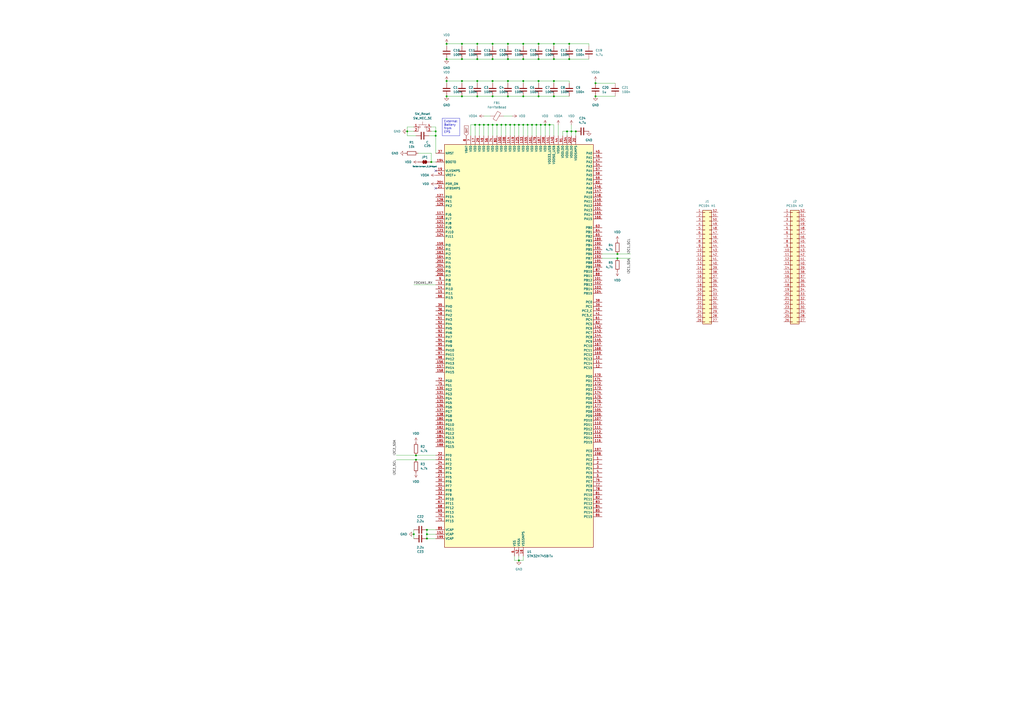
<source format=kicad_sch>
(kicad_sch (version 20250114) (generator "eeschema") (generator_version "9.0")
  (paper "A2")
  (lib_symbols
    (symbol "C_1" (pin_numbers (hide yes)) (pin_names (offset 0.254))
      (property "Reference" "C" (at 0.635 2.54 0))
      (property "Value" "C" (at 0.635 -2.54 0))
      (symbol "C_1_1_1"
        (pin passive line (at 0 3.81 270) (length 2.794) (name "~") (number "1"))
        (pin passive line (at 0 -3.81 90) (length 2.794) (name "~") (number "2"))
      )
    )
    (symbol "C_2" (pin_numbers (hide yes)) (pin_names (offset 0.254))
      (property "Reference" "C" (at 0.635 2.54 0))
      (property "Value" "C" (at 0.635 -2.54 0))
      (symbol "C_2_1_1"
        (pin passive line (at 0 3.81 270) (length 2.794) (name "~") (number "1"))
        (pin passive line (at 0 -3.81 90) (length 2.794) (name "~") (number "2"))
      )
    )
    (symbol "C_3" (pin_numbers (hide yes)) (pin_names (offset 0.254))
      (property "Reference" "C" (at 0.635 2.54 0))
      (property "Value" "C" (at 0.635 -2.54 0))
      (symbol "C_3_1_1"
        (pin passive line (at 0 3.81 270) (length 2.794) (name "~") (number "1"))
        (pin passive line (at 0 -3.81 90) (length 2.794) (name "~") (number "2"))
      )
    )
    (symbol "C_4" (pin_numbers (hide yes)) (pin_names (offset 0.254))
      (property "Reference" "C" (at 0.635 2.54 0))
      (property "Value" "C" (at 0.635 -2.54 0))
      (symbol "C_4_1_1"
        (pin passive line (at 0 3.81 270) (length 2.794) (name "~") (number "1"))
        (pin passive line (at 0 -3.81 90) (length 2.794) (name "~") (number "2"))
      )
    )
    (symbol "C_5" (pin_numbers (hide yes)) (pin_names (offset 0.254))
      (property "Reference" "C" (at 0.635 2.54 0))
      (property "Value" "C" (at 0.635 -2.54 0))
      (symbol "C_5_1_1"
        (pin passive line (at 0 3.81 270) (length 2.794) (name "~") (number "1"))
        (pin passive line (at 0 -3.81 90) (length 2.794) (name "~") (number "2"))
      )
    )
    (symbol "C_6" (pin_numbers (hide yes)) (pin_names (offset 0.254))
      (property "Reference" "C" (at 0.635 2.54 0))
      (property "Value" "C" (at 0.635 -2.54 0))
      (symbol "C_6_1_1"
        (pin passive line (at 0 3.81 270) (length 2.794) (name "~") (number "1"))
        (pin passive line (at 0 -3.81 90) (length 2.794) (name "~") (number "2"))
      )
    )
    (symbol "C_7" (pin_numbers (hide yes)) (pin_names (offset 0.254))
      (property "Reference" "C" (at 0.635 2.54 0))
      (property "Value" "C" (at 0.635 -2.54 0))
      (symbol "C_7_1_1"
        (pin passive line (at 0 3.81 270) (length 2.794) (name "~") (number "1"))
        (pin passive line (at 0 -3.81 90) (length 2.794) (name "~") (number "2"))
      )
    )
    (symbol "C_8" (pin_numbers (hide yes)) (pin_names (offset 0.254))
      (property "Reference" "C" (at 0.635 2.54 0))
      (property "Value" "C" (at 0.635 -2.54 0))
      (symbol "C_8_1_1"
        (pin passive line (at 0 3.81 270) (length 2.794) (name "~") (number "1"))
        (pin passive line (at 0 -3.81 90) (length 2.794) (name "~") (number "2"))
      )
    )
    (symbol "Connector_Generic:Conn_02x26_Counter_Clockwise" (pin_names (offset 1.016) (hide yes))
      (property "Reference" "J" (at 1.27 33.02 0))
      (property "Value" "Conn_02x26_Counter_Clockwise" (at 1.27 -35.56 0))
      (symbol "Conn_02x26_Counter_Clockwise_1_1"
        (pin passive line (at -5.08 30.48 0) (length 3.81) (name "Pin_1") (number "1"))
        (pin passive line (at -5.08 27.94 0) (length 3.81) (name "Pin_2") (number "2"))
        (pin passive line (at -5.08 25.4 0) (length 3.81) (name "Pin_3") (number "3"))
        (pin passive line (at -5.08 22.86 0) (length 3.81) (name "Pin_4") (number "4"))
        (pin passive line (at -5.08 20.32 0) (length 3.81) (name "Pin_5") (number "5"))
        (pin passive line (at -5.08 17.78 0) (length 3.81) (name "Pin_6") (number "6"))
        (pin passive line (at -5.08 15.24 0) (length 3.81) (name "Pin_7") (number "7"))
        (pin passive line (at -5.08 12.7 0) (length 3.81) (name "Pin_8") (number "8"))
        (pin passive line (at -5.08 10.16 0) (length 3.81) (name "Pin_9") (number "9"))
        (pin passive line (at -5.08 7.62 0) (length 3.81) (name "Pin_10") (number "10"))
        (pin passive line (at -5.08 5.08 0) (length 3.81) (name "Pin_11") (number "11"))
        (pin passive line (at -5.08 2.54 0) (length 3.81) (name "Pin_12") (number "12"))
        (pin passive line (at -5.08 0 0) (length 3.81) (name "Pin_13") (number "13"))
        (pin passive line (at -5.08 -2.54 0) (length 3.81) (name "Pin_14") (number "14"))
        (pin passive line (at -5.08 -5.08 0) (length 3.81) (name "Pin_15") (number "15"))
        (pin passive line (at -5.08 -7.62 0) (length 3.81) (name "Pin_16") (number "16"))
        (pin passive line (at -5.08 -10.16 0) (length 3.81) (name "Pin_17") (number "17"))
        (pin passive line (at -5.08 -12.7 0) (length 3.81) (name "Pin_18") (number "18"))
        (pin passive line (at -5.08 -15.24 0) (length 3.81) (name "Pin_19") (number "19"))
        (pin passive line (at -5.08 -17.78 0) (length 3.81) (name "Pin_20") (number "20"))
        (pin passive line (at -5.08 -20.32 0) (length 3.81) (name "Pin_21") (number "21"))
        (pin passive line (at -5.08 -22.86 0) (length 3.81) (name "Pin_22") (number "22"))
        (pin passive line (at -5.08 -25.4 0) (length 3.81) (name "Pin_23") (number "23"))
        (pin passive line (at -5.08 -27.94 0) (length 3.81) (name "Pin_24") (number "24"))
        (pin passive line (at -5.08 -30.48 0) (length 3.81) (name "Pin_25") (number "25"))
        (pin passive line (at -5.08 -33.02 0) (length 3.81) (name "Pin_26") (number "26"))
        (pin passive line (at 7.62 30.48 180) (length 3.81) (name "Pin_52") (number "52"))
        (pin passive line (at 7.62 27.94 180) (length 3.81) (name "Pin_51") (number "51"))
        (pin passive line (at 7.62 25.4 180) (length 3.81) (name "Pin_50") (number "50"))
        (pin passive line (at 7.62 22.86 180) (length 3.81) (name "Pin_49") (number "49"))
        (pin passive line (at 7.62 20.32 180) (length 3.81) (name "Pin_48") (number "48"))
        (pin passive line (at 7.62 17.78 180) (length 3.81) (name "Pin_47") (number "47"))
        (pin passive line (at 7.62 15.24 180) (length 3.81) (name "Pin_46") (number "46"))
        (pin passive line (at 7.62 12.7 180) (length 3.81) (name "Pin_45") (number "45"))
        (pin passive line (at 7.62 10.16 180) (length 3.81) (name "Pin_44") (number "44"))
        (pin passive line (at 7.62 7.62 180) (length 3.81) (name "Pin_43") (number "43"))
        (pin passive line (at 7.62 5.08 180) (length 3.81) (name "Pin_42") (number "42"))
        (pin passive line (at 7.62 2.54 180) (length 3.81) (name "Pin_41") (number "41"))
        (pin passive line (at 7.62 0 180) (length 3.81) (name "Pin_40") (number "40"))
        (pin passive line (at 7.62 -2.54 180) (length 3.81) (name "Pin_39") (number "39"))
        (pin passive line (at 7.62 -5.08 180) (length 3.81) (name "Pin_38") (number "38"))
        (pin passive line (at 7.62 -7.62 180) (length 3.81) (name "Pin_37") (number "37"))
        (pin passive line (at 7.62 -10.16 180) (length 3.81) (name "Pin_36") (number "36"))
        (pin passive line (at 7.62 -12.7 180) (length 3.81) (name "Pin_35") (number "35"))
        (pin passive line (at 7.62 -15.24 180) (length 3.81) (name "Pin_34") (number "34"))
        (pin passive line (at 7.62 -17.78 180) (length 3.81) (name "Pin_33") (number "33"))
        (pin passive line (at 7.62 -20.32 180) (length 3.81) (name "Pin_32") (number "32"))
        (pin passive line (at 7.62 -22.86 180) (length 3.81) (name "Pin_31") (number "31"))
        (pin passive line (at 7.62 -25.4 180) (length 3.81) (name "Pin_30") (number "30"))
        (pin passive line (at 7.62 -27.94 180) (length 3.81) (name "Pin_29") (number "29"))
        (pin passive line (at 7.62 -30.48 180) (length 3.81) (name "Pin_28") (number "28"))
        (pin passive line (at 7.62 -33.02 180) (length 3.81) (name "Pin_27") (number "27"))
      )
    )
    (symbol "Device:C" (pin_numbers (hide yes)) (pin_names (offset 0.254))
      (property "Reference" "C" (at 0.635 2.54 0))
      (property "Value" "C" (at 0.635 -2.54 0))
      (symbol "C_1_1"
        (pin passive line (at 0 3.81 270) (length 2.794) (name "~") (number "1"))
        (pin passive line (at 0 -3.81 90) (length 2.794) (name "~") (number "2"))
      )
    )
    (symbol "Device:FerriteBead" (pin_numbers (hide yes)) (pin_names (offset 0))
      (property "Reference" "FB" (at -3.81 0.635 90))
      (property "Value" "FerriteBead" (at 3.81 0 90))
      (symbol "FerriteBead_1_1"
        (pin passive line (at 0 3.81 270) (length 2.54) (name "~") (number "1"))
        (pin passive line (at 0 -3.81 90) (length 2.54) (name "~") (number "2"))
      )
    )
    (symbol "Device:R" (pin_numbers (hide yes)) (pin_names (offset 0))
      (property "Reference" "R" (at 2.032 0 90))
      (property "Value" "R" (at 0 0 90))
      (symbol "R_1_1"
        (pin passive line (at 0 3.81 270) (length 1.27) (name "~") (number "1"))
        (pin passive line (at 0 -3.81 90) (length 1.27) (name "~") (number "2"))
      )
    )
    (symbol "Jumper:SolderJumper_2_Bridged" (pin_numbers (hide yes)) (pin_names (offset 0) (hide yes)) (in_bom no)
      (property "Reference" "JP" (at 0 2.032 0))
      (property "Value" "SolderJumper_2_Bridged" (at 0 -2.54 0))
      (symbol "SolderJumper_2_Bridged_1_1"
        (pin passive line (at -3.81 0 0) (length 2.54) (name "A") (number "1"))
        (pin passive line (at 3.81 0 180) (length 2.54) (name "B") (number "2"))
      )
    )
    (symbol "MCU_ST_STM32H7:STM32H745BITx"
      (property "Reference" "U" (at -43.18 118.11 0))
      (property "Value" "STM32H745BITx" (at 35.56 118.11 0))
      (symbol "STM32H745BITx_1_1"
        (pin input line (at -48.26 111.76 0) (length 5.08) (name "NRST") (number "37"))
        (pin input line (at -48.26 106.68 0) (length 5.08) (name "BOOT0") (number "194"))
        (pin power_in line (at -48.26 101.6 0) (length 5.08) (name "VLXSMPS") (number "19"))
        (pin input line (at -48.26 99.06 0) (length 5.08) (name "VREF+") (number "43"))
        (pin input line (at -48.26 93.98 0) (length 5.08) (name "PDR_ON") (number "201"))
        (pin input line (at -48.26 91.44 0) (length 5.08) (name "VFBSMPS") (number "21"))
        (pin bidirectional line (at -48.26 86.36 0) (length 5.08) (name "PK0") (number "127"))
        (pin bidirectional line (at -48.26 83.82 0) (length 5.08) (name "PK1") (number "128"))
        (pin bidirectional line (at -48.26 81.28 0) (length 5.08) (name "PK2") (number "129"))
        (pin bidirectional line (at -48.26 76.2 0) (length 5.08) (name "PJ6") (number "117"))
        (pin bidirectional line (at -48.26 73.66 0) (length 5.08) (name "PJ7") (number "118"))
        (pin bidirectional line (at -48.26 71.12 0) (length 5.08) (name "PJ8") (number "121"))
        (pin bidirectional line (at -48.26 68.58 0) (length 5.08) (name "PJ9") (number "122"))
        (pin bidirectional line (at -48.26 66.04 0) (length 5.08) (name "PJ10") (number "123"))
        (pin bidirectional line (at -48.26 63.5 0) (length 5.08) (name "PJ11") (number "124"))
        (pin bidirectional line (at -48.26 58.42 0) (length 5.08) (name "PI0") (number "159"))
        (pin bidirectional line (at -48.26 55.88 0) (length 5.08) (name "PI1") (number "162"))
        (pin bidirectional line (at -48.26 53.34 0) (length 5.08) (name "PI2") (number "163"))
        (pin bidirectional line (at -48.26 50.8 0) (length 5.08) (name "PI3") (number "164"))
        (pin bidirectional line (at -48.26 48.26 0) (length 5.08) (name "PI4") (number "203"))
        (pin bidirectional line (at -48.26 45.72 0) (length 5.08) (name "PI5") (number "204"))
        (pin bidirectional line (at -48.26 43.18 0) (length 5.08) (name "PI6") (number "205"))
        (pin bidirectional line (at -48.26 40.64 0) (length 5.08) (name "PI7") (number "206"))
        (pin bidirectional line (at -48.26 38.1 0) (length 5.08) (name "PI8") (number "9"))
        (pin bidirectional line (at -48.26 35.56 0) (length 5.08) (name "PI9") (number "13"))
        (pin bidirectional line (at -48.26 33.02 0) (length 5.08) (name "PI10") (number "14"))
        (pin bidirectional line (at -48.26 30.48 0) (length 5.08) (name "PI11") (number "15"))
        (pin bidirectional line (at -48.26 27.94 0) (length 5.08) (name "PI15") (number "66"))
        (pin bidirectional line (at -48.26 22.86 0) (length 5.08) (name "PH0") (number "35"))
        (pin bidirectional line (at -48.26 20.32 0) (length 5.08) (name "PH1") (number "36"))
        (pin bidirectional line (at -48.26 17.78 0) (length 5.08) (name "PH2") (number "48"))
        (pin bidirectional line (at -48.26 15.24 0) (length 5.08) (name "PH3") (number "51"))
        (pin bidirectional line (at -48.26 12.7 0) (length 5.08) (name "PH4") (number "52"))
        (pin bidirectional line (at -48.26 10.16 0) (length 5.08) (name "PH5") (number "53"))
        (pin bidirectional line (at -48.26 7.62 0) (length 5.08) (name "PH6") (number "92"))
        (pin bidirectional line (at -48.26 5.08 0) (length 5.08) (name "PH7") (number "93"))
        (pin bidirectional line (at -48.26 2.54 0) (length 5.08) (name "PH8") (number "94"))
        (pin bidirectional line (at -48.26 0 0) (length 5.08) (name "PH9") (number "95"))
        (pin bidirectional line (at -48.26 -2.54 0) (length 5.08) (name "PH10") (number "96"))
        (pin bidirectional line (at -48.26 -5.08 0) (length 5.08) (name "PH11") (number "97"))
        (pin bidirectional line (at -48.26 -7.62 0) (length 5.08) (name "PH12") (number "98"))
        (pin bidirectional line (at -48.26 -10.16 0) (length 5.08) (name "PH13") (number "156"))
        (pin bidirectional line (at -48.26 -12.7 0) (length 5.08) (name "PH14") (number "157"))
        (pin bidirectional line (at -48.26 -15.24 0) (length 5.08) (name "PH15") (number "158"))
        (pin bidirectional line (at -48.26 -20.32 0) (length 5.08) (name "PG0") (number "72"))
        (pin bidirectional line (at -48.26 -22.86 0) (length 5.08) (name "PG1") (number "75"))
        (pin bidirectional line (at -48.26 -25.4 0) (length 5.08) (name "PG2") (number "130"))
        (pin bidirectional line (at -48.26 -27.94 0) (length 5.08) (name "PG3") (number "131"))
        (pin bidirectional line (at -48.26 -30.48 0) (length 5.08) (name "PG4") (number "134"))
        (pin bidirectional line (at -48.26 -33.02 0) (length 5.08) (name "PG5") (number "135"))
        (pin bidirectional line (at -48.26 -35.56 0) (length 5.08) (name "PG6") (number "136"))
        (pin bidirectional line (at -48.26 -38.1 0) (length 5.08) (name "PG7") (number "137"))
        (pin bidirectional line (at -48.26 -40.64 0) (length 5.08) (name "PG8") (number "138"))
        (pin bidirectional line (at -48.26 -43.18 0) (length 5.08) (name "PG9") (number "180"))
        (pin bidirectional line (at -48.26 -45.72 0) (length 5.08) (name "PG10") (number "181"))
        (pin bidirectional line (at -48.26 -48.26 0) (length 5.08) (name "PG11") (number "182"))
        (pin bidirectional line (at -48.26 -50.8 0) (length 5.08) (name "PG12") (number "183"))
        (pin bidirectional line (at -48.26 -53.34 0) (length 5.08) (name "PG13") (number "184"))
        (pin bidirectional line (at -48.26 -55.88 0) (length 5.08) (name "PG14") (number "185"))
        (pin bidirectional line (at -48.26 -58.42 0) (length 5.08) (name "PG15") (number "188"))
        (pin bidirectional line (at -48.26 -63.5 0) (length 5.08) (name "PF0") (number "22"))
        (pin bidirectional line (at -48.26 -66.04 0) (length 5.08) (name "PF1") (number "23"))
        (pin bidirectional line (at -48.26 -68.58 0) (length 5.08) (name "PF2") (number "24"))
        (pin bidirectional line (at -48.26 -71.12 0) (length 5.08) (name "PF3") (number "25"))
        (pin bidirectional line (at -48.26 -73.66 0) (length 5.08) (name "PF4") (number "26"))
        (pin bidirectional line (at -48.26 -76.2 0) (length 5.08) (name "PF5") (number "27"))
        (pin bidirectional line (at -48.26 -78.74 0) (length 5.08) (name "PF6") (number "30"))
        (pin bidirectional line (at -48.26 -81.28 0) (length 5.08) (name "PF7") (number "31"))
        (pin bidirectional line (at -48.26 -83.82 0) (length 5.08) (name "PF8") (number "32"))
        (pin bidirectional line (at -48.26 -86.36 0) (length 5.08) (name "PF9") (number "33"))
        (pin bidirectional line (at -48.26 -88.9 0) (length 5.08) (name "PF10") (number "34"))
        (pin bidirectional line (at -48.26 -91.44 0) (length 5.08) (name "PF11") (number "67"))
        (pin bidirectional line (at -48.26 -93.98 0) (length 5.08) (name "PF12") (number "68"))
        (pin bidirectional line (at -48.26 -96.52 0) (length 5.08) (name "PF13") (number "69"))
        (pin bidirectional line (at -48.26 -99.06 0) (length 5.08) (name "PF14") (number "70"))
        (pin bidirectional line (at -48.26 -101.6 0) (length 5.08) (name "PF15") (number "71"))
        (pin power_out line (at -48.26 -106.68 0) (length 5.08) (name "VCAP") (number "89"))
        (pin power_out line (at -48.26 -109.22 0) (length 5.08) (name "VCAP") (number "152"))
        (pin power_out line (at -48.26 -111.76 0) (length 5.08) (name "VCAP") (number "199"))
        (pin power_in line (at -30.48 121.92 270) (length 5.08) (name "VBAT") (number "8"))
        (pin power_in line (at -27.94 121.92 270) (length 5.08) (name "VDD") (number "7"))
        (pin power_in line (at -25.4 121.92 270) (length 5.08) (name "VDD") (number "17"))
        (pin power_in line (at -22.86 121.92 270) (length 5.08) (name "VDD") (number "29"))
        (pin power_in line (at -20.32 121.92 270) (length 5.08) (name "VDD") (number "49"))
        (pin power_in line (at -17.78 121.92 270) (length 5.08) (name "VDD") (number "56"))
        (pin power_in line (at -15.24 121.92 270) (length 5.08) (name "VDD") (number "74"))
        (pin power_in line (at -12.7 121.92 270) (length 5.08) (name "VDD") (number "80"))
        (pin power_in line (at -10.16 121.92 270) (length 5.08) (name "VDD") (number "100"))
        (pin power_in line (at -7.62 121.92 270) (length 5.08) (name "VDD") (number "108"))
        (pin power_in line (at -5.08 121.92 270) (length 5.08) (name "VDD") (number "114"))
        (pin power_in line (at -2.54 121.92 270) (length 5.08) (name "VDD") (number "119"))
        (pin passive line (at -2.54 -121.92 90) (length 5.08) (hide yes) (name "VSS") (number "109"))
        (pin passive line (at -2.54 -121.92 90) (length 5.08) (hide yes) (name "VSS") (number "113"))
        (pin passive line (at -2.54 -121.92 90) (length 5.08) (hide yes) (name "VSS") (number "120"))
        (pin passive line (at -2.54 -121.92 90) (length 5.08) (hide yes) (name "VSS") (number "126"))
        (pin passive line (at -2.54 -121.92 90) (length 5.08) (hide yes) (name "VSS") (number "132"))
        (pin passive line (at -2.54 -121.92 90) (length 5.08) (hide yes) (name "VSS") (number "139"))
        (pin passive line (at -2.54 -121.92 90) (length 5.08) (hide yes) (name "VSS") (number "153"))
        (pin passive line (at -2.54 -121.92 90) (length 5.08) (hide yes) (name "VSS") (number "16"))
        (pin passive line (at -2.54 -121.92 90) (length 5.08) (hide yes) (name "VSS") (number "160"))
        (pin passive line (at -2.54 -121.92 90) (length 5.08) (hide yes) (name "VSS") (number "178"))
        (pin passive line (at -2.54 -121.92 90) (length 5.08) (hide yes) (name "VSS") (number "186"))
        (pin passive line (at -2.54 -121.92 90) (length 5.08) (hide yes) (name "VSS") (number "200"))
        (pin passive line (at -2.54 -121.92 90) (length 5.08) (hide yes) (name "VSS") (number "207"))
        (pin passive line (at -2.54 -121.92 90) (length 5.08) (hide yes) (name "VSS") (number "28"))
        (pin passive line (at -2.54 -121.92 90) (length 5.08) (hide yes) (name "VSS") (number "50"))
        (pin passive line (at -2.54 -121.92 90) (length 5.08) (hide yes) (name "VSS") (number "55"))
        (pin power_in line (at -2.54 -121.92 90) (length 5.08) (name "VSS") (number "6"))
        (pin passive line (at -2.54 -121.92 90) (length 5.08) (hide yes) (name "VSS") (number "73"))
        (pin passive line (at -2.54 -121.92 90) (length 5.08) (hide yes) (name "VSS") (number "79"))
        (pin passive line (at -2.54 -121.92 90) (length 5.08) (hide yes) (name "VSS") (number "90"))
        (pin passive line (at -2.54 -121.92 90) (length 5.08) (hide yes) (name "VSS") (number "99"))
        (pin power_in line (at 0 121.92 270) (length 5.08) (name "VDD") (number "125"))
        (pin power_in line (at 0 -121.92 90) (length 5.08) (name "VSSA") (number "42"))
        (pin power_in line (at 2.54 121.92 270) (length 5.08) (name "VDD") (number "133"))
        (pin power_in line (at 2.54 -121.92 90) (length 5.08) (name "VSSSMPS") (number "18"))
        (pin power_in line (at 5.08 121.92 270) (length 5.08) (name "VDD") (number "155"))
        (pin power_in line (at 7.62 121.92 270) (length 5.08) (name "VDD") (number "161"))
        (pin power_in line (at 10.16 121.92 270) (length 5.08) (name "VDD") (number "179"))
        (pin power_in line (at 12.7 121.92 270) (length 5.08) (name "VDD") (number "187"))
        (pin power_in line (at 15.24 121.92 270) (length 5.08) (name "VDD") (number "208"))
        (pin power_in line (at 17.78 121.92 270) (length 5.08) (name "VDD33_USB") (number "141"))
        (pin power_in line (at 20.32 121.92 270) (length 5.08) (name "VDD50_USB") (number "140"))
        (pin power_in line (at 22.86 121.92 270) (length 5.08) (name "VDDA") (number "44"))
        (pin power_in line (at 25.4 121.92 270) (length 5.08) (name "VDDLDO") (number "91"))
        (pin power_in line (at 27.94 121.92 270) (length 5.08) (name "VDDLDO") (number "154"))
        (pin power_in line (at 30.48 121.92 270) (length 5.08) (name "VDDLDO") (number "202"))
        (pin power_in line (at 33.02 121.92 270) (length 5.08) (name "VDDSMPS") (number "20"))
        (pin bidirectional line (at 48.26 111.76 180) (length 5.08) (name "PA0") (number "45"))
        (pin bidirectional line (at 48.26 109.22 180) (length 5.08) (name "PA1") (number "46"))
        (pin bidirectional line (at 48.26 106.68 180) (length 5.08) (name "PA2") (number "47"))
        (pin bidirectional line (at 48.26 104.14 180) (length 5.08) (name "PA3") (number "54"))
        (pin bidirectional line (at 48.26 101.6 180) (length 5.08) (name "PA4") (number "57"))
        (pin bidirectional line (at 48.26 99.06 180) (length 5.08) (name "PA5") (number "58"))
        (pin bidirectional line (at 48.26 96.52 180) (length 5.08) (name "PA6") (number "59"))
        (pin bidirectional line (at 48.26 93.98 180) (length 5.08) (name "PA7") (number "60"))
        (pin bidirectional line (at 48.26 91.44 180) (length 5.08) (name "PA8") (number "146"))
        (pin bidirectional line (at 48.26 88.9 180) (length 5.08) (name "PA9") (number "147"))
        (pin bidirectional line (at 48.26 86.36 180) (length 5.08) (name "PA10") (number "148"))
        (pin bidirectional line (at 48.26 83.82 180) (length 5.08) (name "PA11") (number "149"))
        (pin bidirectional line (at 48.26 81.28 180) (length 5.08) (name "PA12") (number "150"))
        (pin bidirectional line (at 48.26 78.74 180) (length 5.08) (name "PA13") (number "151"))
        (pin bidirectional line (at 48.26 76.2 180) (length 5.08) (name "PA14") (number "165"))
        (pin bidirectional line (at 48.26 73.66 180) (length 5.08) (name "PA15") (number "166"))
        (pin bidirectional line (at 48.26 68.58 180) (length 5.08) (name "PB0") (number "63"))
        (pin bidirectional line (at 48.26 66.04 180) (length 5.08) (name "PB1") (number "64"))
        (pin bidirectional line (at 48.26 63.5 180) (length 5.08) (name "PB2") (number "65"))
        (pin bidirectional line (at 48.26 60.96 180) (length 5.08) (name "PB3") (number "189"))
        (pin bidirectional line (at 48.26 58.42 180) (length 5.08) (name "PB4") (number "190"))
        (pin bidirectional line (at 48.26 55.88 180) (length 5.08) (name "PB5") (number "191"))
        (pin bidirectional line (at 48.26 53.34 180) (length 5.08) (name "PB6") (number "192"))
        (pin bidirectional line (at 48.26 50.8 180) (length 5.08) (name "PB7") (number "193"))
        (pin bidirectional line (at 48.26 48.26 180) (length 5.08) (name "PB8") (number "195"))
        (pin bidirectional line (at 48.26 45.72 180) (length 5.08) (name "PB9") (number "196"))
        (pin bidirectional line (at 48.26 43.18 180) (length 5.08) (name "PB10") (number "87"))
        (pin bidirectional line (at 48.26 40.64 180) (length 5.08) (name "PB11") (number "88"))
        (pin bidirectional line (at 48.26 38.1 180) (length 5.08) (name "PB12") (number "101"))
        (pin bidirectional line (at 48.26 35.56 180) (length 5.08) (name "PB13") (number "102"))
        (pin bidirectional line (at 48.26 33.02 180) (length 5.08) (name "PB14") (number "103"))
        (pin bidirectional line (at 48.26 30.48 180) (length 5.08) (name "PB15") (number "104"))
        (pin bidirectional line (at 48.26 25.4 180) (length 5.08) (name "PC0") (number "38"))
        (pin bidirectional line (at 48.26 22.86 180) (length 5.08) (name "PC1") (number "39"))
        (pin bidirectional line (at 48.26 20.32 180) (length 5.08) (name "PC2_C") (number "40"))
        (pin bidirectional line (at 48.26 17.78 180) (length 5.08) (name "PC3_C") (number "41"))
        (pin bidirectional line (at 48.26 15.24 180) (length 5.08) (name "PC4") (number "61"))
        (pin bidirectional line (at 48.26 12.7 180) (length 5.08) (name "PC5") (number "62"))
        (pin bidirectional line (at 48.26 10.16 180) (length 5.08) (name "PC6") (number "142"))
        (pin bidirectional line (at 48.26 7.62 180) (length 5.08) (name "PC7") (number "143"))
        (pin bidirectional line (at 48.26 5.08 180) (length 5.08) (name "PC8") (number "144"))
        (pin bidirectional line (at 48.26 2.54 180) (length 5.08) (name "PC9") (number "145"))
        (pin bidirectional line (at 48.26 0 180) (length 5.08) (name "PC10") (number "167"))
        (pin bidirectional line (at 48.26 -2.54 180) (length 5.08) (name "PC11") (number "168"))
        (pin bidirectional line (at 48.26 -5.08 180) (length 5.08) (name "PC12") (number "169"))
        (pin bidirectional line (at 48.26 -7.62 180) (length 5.08) (name "PC13") (number "10"))
        (pin bidirectional line (at 48.26 -10.16 180) (length 5.08) (name "PC14") (number "11"))
        (pin bidirectional line (at 48.26 -12.7 180) (length 5.08) (name "PC15") (number "12"))
        (pin bidirectional line (at 48.26 -17.78 180) (length 5.08) (name "PD0") (number "170"))
        (pin bidirectional line (at 48.26 -20.32 180) (length 5.08) (name "PD1") (number "171"))
        (pin bidirectional line (at 48.26 -22.86 180) (length 5.08) (name "PD2") (number "172"))
        (pin bidirectional line (at 48.26 -25.4 180) (length 5.08) (name "PD3") (number "173"))
        (pin bidirectional line (at 48.26 -27.94 180) (length 5.08) (name "PD4") (number "174"))
        (pin bidirectional line (at 48.26 -30.48 180) (length 5.08) (name "PD5") (number "175"))
        (pin bidirectional line (at 48.26 -33.02 180) (length 5.08) (name "PD6") (number "176"))
        (pin bidirectional line (at 48.26 -35.56 180) (length 5.08) (name "PD7") (number "177"))
        (pin bidirectional line (at 48.26 -38.1 180) (length 5.08) (name "PD8") (number "105"))
        (pin bidirectional line (at 48.26 -40.64 180) (length 5.08) (name "PD9") (number "106"))
        (pin bidirectional line (at 48.26 -43.18 180) (length 5.08) (name "PD10") (number "107"))
        (pin bidirectional line (at 48.26 -45.72 180) (length 5.08) (name "PD11") (number "110"))
        (pin bidirectional line (at 48.26 -48.26 180) (length 5.08) (name "PD12") (number "111"))
        (pin bidirectional line (at 48.26 -50.8 180) (length 5.08) (name "PD13") (number "112"))
        (pin bidirectional line (at 48.26 -53.34 180) (length 5.08) (name "PD14") (number "115"))
        (pin bidirectional line (at 48.26 -55.88 180) (length 5.08) (name "PD15") (number "116"))
        (pin bidirectional line (at 48.26 -60.96 180) (length 5.08) (name "PE0") (number "197"))
        (pin bidirectional line (at 48.26 -63.5 180) (length 5.08) (name "PE1") (number "198"))
        (pin bidirectional line (at 48.26 -66.04 180) (length 5.08) (name "PE2") (number "1"))
        (pin bidirectional line (at 48.26 -68.58 180) (length 5.08) (name "PE3") (number "2"))
        (pin bidirectional line (at 48.26 -71.12 180) (length 5.08) (name "PE4") (number "3"))
        (pin bidirectional line (at 48.26 -73.66 180) (length 5.08) (name "PE5") (number "4"))
        (pin bidirectional line (at 48.26 -76.2 180) (length 5.08) (name "PE6") (number "5"))
        (pin bidirectional line (at 48.26 -78.74 180) (length 5.08) (name "PE7") (number "76"))
        (pin bidirectional line (at 48.26 -81.28 180) (length 5.08) (name "PE8") (number "77"))
        (pin bidirectional line (at 48.26 -83.82 180) (length 5.08) (name "PE9") (number "78"))
        (pin bidirectional line (at 48.26 -86.36 180) (length 5.08) (name "PE10") (number "81"))
        (pin bidirectional line (at 48.26 -88.9 180) (length 5.08) (name "PE11") (number "82"))
        (pin bidirectional line (at 48.26 -91.44 180) (length 5.08) (name "PE12") (number "83"))
        (pin bidirectional line (at 48.26 -93.98 180) (length 5.08) (name "PE13") (number "84"))
        (pin bidirectional line (at 48.26 -96.52 180) (length 5.08) (name "PE14") (number "85"))
        (pin bidirectional line (at 48.26 -99.06 180) (length 5.08) (name "PE15") (number "86"))
      )
    )
    (symbol "Switch:SW_MEC_5E" (pin_names (offset 1.016) (hide yes))
      (property "Reference" "SW" (at 0.635 5.715 0))
      (property "Value" "SW_MEC_5E" (at 0 -3.175 0))
      (symbol "SW_MEC_5E_0_1"
        (pin passive line (at -5.08 2.54 0) (length 2.54) (name "1") (number "1"))
        (pin passive line (at -5.08 0 0) (length 2.54) (name "2") (number "2"))
        (pin passive line (at 5.08 2.54 180) (length 2.54) (name "A") (number "4"))
        (pin passive line (at 5.08 0 180) (length 2.54) (name "K") (number "3"))
      )
    )
    (symbol "power:GND" (power) (pin_numbers (hide yes)) (pin_names (offset 0) (hide yes))
      (property "Value" "GND" (at 0 -3.81 0))
      (symbol "GND_1_1"
        (pin power_in line (at 0 0 270) (length 0) (name "~") (number "1"))
      )
    )
    (symbol "power:VDD" (power) (pin_numbers (hide yes)) (pin_names (offset 0) (hide yes))
      (property "Value" "VDD" (at 0 3.556 0))
      (symbol "VDD_1_1"
        (pin power_in line (at 0 0 90) (length 0) (name "~") (number "1"))
      )
    )
    (symbol "power:VDDA" (power) (pin_numbers (hide yes)) (pin_names (offset 0) (hide yes))
      (property "Value" "VDDA" (at 0 3.556 0))
      (symbol "VDDA_1_1"
        (pin power_in line (at 0 0 90) (length 0) (name "~") (number "1"))
      )
    )
  )
  (text_box "External Battery from \nEPS" (at 256.54 68.58 0) (size 10.16 10.16) (margins 0.9525 0.9525 0.9525 0.9525) (effects (font (size 1.27 1.27)) (justify left top)))
  (junction (at 285.75 34.29))
  (junction (at 285.75 25.4))
  (junction (at 267.97 25.4))
  (junction (at 280.67 72.39))
  (junction (at 321.31 34.29))
  (junction (at 306.07 72.39))
  (junction (at 240.03 309.88))
  (junction (at 312.42 34.29))
  (junction (at 267.97 55.88))
  (junction (at 283.21 72.39))
  (junction (at 259.08 34.29))
  (junction (at 285.75 72.39))
  (junction (at 345.44 48.26))
  (junction (at 358.14 149.86))
  (junction (at 331.47 76.2))
  (junction (at 312.42 25.4))
  (junction (at 321.31 25.4))
  (junction (at 316.23 72.39))
  (junction (at 300.99 72.39))
  (junction (at 276.86 46.99))
  (junction (at 276.86 25.4))
  (junction (at 330.2 25.4))
  (junction (at 328.93 76.2))
  (junction (at 293.37 72.39))
  (junction (at 294.64 25.4))
  (junction (at 250.19 93.98))
  (junction (at 294.64 55.88))
  (junction (at 259.08 25.4))
  (junction (at 275.59 72.39))
  (junction (at 247.65 307.34))
  (junction (at 247.65 312.42))
  (junction (at 313.69 72.39))
  (junction (at 300.99 325.12))
  (junction (at 278.13 72.39))
  (junction (at 318.77 72.39))
  (junction (at 312.42 46.99))
  (junction (at 276.86 55.88))
  (junction (at 285.75 46.99))
  (junction (at 267.97 46.99))
  (junction (at 298.45 72.39))
  (junction (at 321.31 55.88))
  (junction (at 267.97 34.29))
  (junction (at 303.53 46.99))
  (junction (at 303.53 34.29))
  (junction (at 252.73 76.2))
  (junction (at 259.08 55.88))
  (junction (at 236.22 76.2))
  (junction (at 358.14 147.32))
  (junction (at 259.08 46.99))
  (junction (at 303.53 25.4))
  (junction (at 288.29 72.39))
  (junction (at 334.01 76.2))
  (junction (at 345.44 55.88))
  (junction (at 311.15 72.39))
  (junction (at 247.65 309.88))
  (junction (at 321.31 46.99))
  (junction (at 294.64 46.99))
  (junction (at 308.61 72.39))
  (junction (at 330.2 34.29))
  (junction (at 285.75 55.88))
  (junction (at 276.86 34.29))
  (junction (at 312.42 55.88))
  (junction (at 290.83 72.39))
  (junction (at 241.3 264.16))
  (junction (at 241.3 266.7))
  (junction (at 303.53 72.39))
  (junction (at 294.64 34.29))
  (junction (at 295.91 72.39))
  (junction (at 303.53 55.88))
  (junction (at 252.73 78.74))
  (no_connect (at 252.73 99.06))
  (no_connect (at 252.73 109.22))
  (wire (pts (xy 321.31 72.39) (xy 318.77 72.39)))
  (wire (pts (xy 303.53 72.39) (xy 303.53 78.74)))
  (wire (pts (xy 275.59 72.39) (xy 275.59 78.74)))
  (wire (pts (xy 252.73 78.74) (xy 252.73 76.2)))
  (wire (pts (xy 303.53 25.4) (xy 303.53 26.67)))
  (wire (pts (xy 321.31 25.4) (xy 321.31 26.67)))
  (wire (pts (xy 273.05 72.39) (xy 275.59 72.39)))
  (wire (pts (xy 236.22 76.2) (xy 240.03 76.2)))
  (wire (pts (xy 240.03 309.88) (xy 240.03 312.42)))
  (wire (pts (xy 285.75 55.88) (xy 294.64 55.88)))
  (wire (pts (xy 358.14 147.32) (xy 365.76 147.32)))
  (wire (pts (xy 349.25 149.86) (xy 358.14 149.86)))
  (wire (pts (xy 252.73 88.9) (xy 252.73 78.74)))
  (wire (pts (xy 285.75 46.99) (xy 285.75 48.26)))
  (wire (pts (xy 321.31 34.29) (xy 330.2 34.29)))
  (wire (pts (xy 331.47 72.39) (xy 331.47 76.2)))
  (wire (pts (xy 330.2 25.4) (xy 330.2 26.67)))
  (wire (pts (xy 276.86 34.29) (xy 285.75 34.29)))
  (wire (pts (xy 312.42 25.4) (xy 321.31 25.4)))
  (wire (pts (xy 252.73 309.88) (xy 247.65 309.88)))
  (wire (pts (xy 290.83 72.39) (xy 293.37 72.39)))
  (wire (pts (xy 318.77 72.39) (xy 316.23 72.39)))
  (wire (pts (xy 241.3 264.16) (xy 252.73 264.16)))
  (wire (pts (xy 278.13 72.39) (xy 278.13 78.74)))
  (wire (pts (xy 293.37 72.39) (xy 293.37 78.74)))
  (wire (pts (xy 259.08 55.88) (xy 267.97 55.88)))
  (wire (pts (xy 294.64 55.88) (xy 303.53 55.88)))
  (wire (pts (xy 250.19 93.98) (xy 252.73 93.98)))
  (wire (pts (xy 292.1 67.31) (xy 297.18 67.31)))
  (wire (pts (xy 308.61 72.39) (xy 311.15 72.39)))
  (wire (pts (xy 326.39 76.2) (xy 328.93 76.2)))
  (wire (pts (xy 273.05 72.39) (xy 273.05 78.74)))
  (wire (pts (xy 285.75 46.99) (xy 294.64 46.99)))
  (wire (pts (xy 334.01 78.74) (xy 334.01 76.2)))
  (wire (pts (xy 267.97 25.4) (xy 276.86 25.4)))
  (wire (pts (xy 312.42 34.29) (xy 321.31 34.29)))
  (wire (pts (xy 240.03 73.66) (xy 236.22 73.66)))
  (wire (pts (xy 285.75 72.39) (xy 285.75 78.74)))
  (wire (pts (xy 294.64 34.29) (xy 303.53 34.29)))
  (wire (pts (xy 241.3 78.74) (xy 236.22 78.74)))
  (wire (pts (xy 250.19 76.2) (xy 252.73 76.2)))
  (wire (pts (xy 285.75 34.29) (xy 294.64 34.29)))
  (wire (pts (xy 294.64 46.99) (xy 303.53 46.99)))
  (wire (pts (xy 331.47 76.2) (xy 331.47 78.74)))
  (wire (pts (xy 341.63 25.4) (xy 330.2 25.4)))
  (wire (pts (xy 303.53 46.99) (xy 303.53 48.26)))
  (wire (pts (xy 242.57 88.9) (xy 250.19 88.9)))
  (wire (pts (xy 240.03 307.34) (xy 240.03 309.88)))
  (wire (pts (xy 275.59 72.39) (xy 278.13 72.39)))
  (wire (pts (xy 294.64 46.99) (xy 294.64 48.26)))
  (wire (pts (xy 241.3 266.7) (xy 252.73 266.7)))
  (wire (pts (xy 312.42 46.99) (xy 312.42 48.26)))
  (wire (pts (xy 334.01 76.2) (xy 331.47 76.2)))
  (wire (pts (xy 276.86 46.99) (xy 285.75 46.99)))
  (wire (pts (xy 294.64 25.4) (xy 303.53 25.4)))
  (wire (pts (xy 330.2 34.29) (xy 341.63 34.29)))
  (wire (pts (xy 288.29 72.39) (xy 288.29 78.74)))
  (wire (pts (xy 313.69 72.39) (xy 316.23 72.39)))
  (wire (pts (xy 259.08 48.26) (xy 259.08 46.99)))
  (wire (pts (xy 303.53 25.4) (xy 312.42 25.4)))
  (wire (pts (xy 248.92 78.74) (xy 252.73 78.74)))
  (wire (pts (xy 276.86 25.4) (xy 276.86 26.67)))
  (wire (pts (xy 283.21 72.39) (xy 283.21 78.74)))
  (wire (pts (xy 285.75 25.4) (xy 285.75 26.67)))
  (wire (pts (xy 259.08 25.4) (xy 267.97 25.4)))
  (wire (pts (xy 330.2 46.99) (xy 330.2 48.26)))
  (wire (pts (xy 247.65 307.34) (xy 252.73 307.34)))
  (wire (pts (xy 311.15 72.39) (xy 311.15 78.74)))
  (wire (pts (xy 313.69 72.39) (xy 313.69 78.74)))
  (wire (pts (xy 259.08 46.99) (xy 267.97 46.99)))
  (wire (pts (xy 298.45 325.12) (xy 300.99 325.12)))
  (wire (pts (xy 303.53 325.12) (xy 300.99 325.12)))
  (wire (pts (xy 358.14 149.86) (xy 365.76 149.86)))
  (wire (pts (xy 312.42 46.99) (xy 321.31 46.99)))
  (wire (pts (xy 236.22 78.74) (xy 236.22 76.2)))
  (wire (pts (xy 250.19 93.98) (xy 250.19 88.9)))
  (wire (pts (xy 300.99 72.39) (xy 303.53 72.39)))
  (wire (pts (xy 276.86 55.88) (xy 285.75 55.88)))
  (wire (pts (xy 298.45 322.58) (xy 298.45 325.12)))
  (wire (pts (xy 326.39 78.74) (xy 326.39 76.2)))
  (wire (pts (xy 276.86 25.4) (xy 285.75 25.4)))
  (wire (pts (xy 306.07 72.39) (xy 308.61 72.39)))
  (wire (pts (xy 280.67 67.31) (xy 284.48 67.31)))
  (wire (pts (xy 345.44 46.99) (xy 345.44 48.26)))
  (wire (pts (xy 288.29 72.39) (xy 290.83 72.39)))
  (wire (pts (xy 345.44 48.26) (xy 356.87 48.26)))
  (wire (pts (xy 278.13 72.39) (xy 280.67 72.39)))
  (wire (pts (xy 295.91 72.39) (xy 298.45 72.39)))
  (wire (pts (xy 300.99 325.12) (xy 300.99 322.58)))
  (wire (pts (xy 283.21 72.39) (xy 285.75 72.39)))
  (wire (pts (xy 293.37 72.39) (xy 295.91 72.39)))
  (wire (pts (xy 229.87 264.16) (xy 241.3 264.16)))
  (wire (pts (xy 312.42 25.4) (xy 312.42 26.67)))
  (wire (pts (xy 294.64 25.4) (xy 294.64 26.67)))
  (wire (pts (xy 252.73 312.42) (xy 247.65 312.42)))
  (wire (pts (xy 316.23 72.39) (xy 316.23 78.74)))
  (wire (pts (xy 341.63 26.67) (xy 341.63 25.4)))
  (wire (pts (xy 321.31 46.99) (xy 321.31 48.26)))
  (wire (pts (xy 267.97 25.4) (xy 267.97 26.67)))
  (wire (pts (xy 247.65 307.34) (xy 247.65 309.88)))
  (wire (pts (xy 267.97 46.99) (xy 276.86 46.99)))
  (wire (pts (xy 345.44 55.88) (xy 356.87 55.88)))
  (wire (pts (xy 290.83 72.39) (xy 290.83 78.74)))
  (wire (pts (xy 298.45 72.39) (xy 298.45 78.74)))
  (wire (pts (xy 306.07 72.39) (xy 306.07 78.74)))
  (wire (pts (xy 259.08 34.29) (xy 267.97 34.29)))
  (wire (pts (xy 321.31 46.99) (xy 330.2 46.99)))
  (wire (pts (xy 323.85 72.39) (xy 323.85 78.74)))
  (wire (pts (xy 318.77 78.74) (xy 318.77 72.39)))
  (wire (pts (xy 303.53 34.29) (xy 312.42 34.29)))
  (wire (pts (xy 321.31 55.88) (xy 330.2 55.88)))
  (wire (pts (xy 236.22 73.66) (xy 236.22 76.2)))
  (wire (pts (xy 229.87 266.7) (xy 241.3 266.7)))
  (wire (pts (xy 252.73 73.66) (xy 250.19 73.66)))
  (wire (pts (xy 303.53 322.58) (xy 303.53 325.12)))
  (wire (pts (xy 267.97 46.99) (xy 267.97 48.26)))
  (wire (pts (xy 321.31 78.74) (xy 321.31 72.39)))
  (wire (pts (xy 321.31 25.4) (xy 330.2 25.4)))
  (wire (pts (xy 267.97 34.29) (xy 276.86 34.29)))
  (wire (pts (xy 308.61 72.39) (xy 308.61 78.74)))
  (wire (pts (xy 240.03 165.1) (xy 252.73 165.1)))
  (wire (pts (xy 259.08 26.67) (xy 259.08 25.4)))
  (wire (pts (xy 252.73 76.2) (xy 252.73 73.66)))
  (wire (pts (xy 328.93 76.2) (xy 331.47 76.2)))
  (wire (pts (xy 349.25 147.32) (xy 358.14 147.32)))
  (wire (pts (xy 298.45 72.39) (xy 300.99 72.39)))
  (wire (pts (xy 303.53 72.39) (xy 306.07 72.39)))
  (wire (pts (xy 328.93 76.2) (xy 328.93 78.74)))
  (wire (pts (xy 280.67 72.39) (xy 280.67 78.74)))
  (wire (pts (xy 312.42 55.88) (xy 321.31 55.88)))
  (wire (pts (xy 280.67 72.39) (xy 283.21 72.39)))
  (wire (pts (xy 285.75 72.39) (xy 288.29 72.39)))
  (wire (pts (xy 311.15 72.39) (xy 313.69 72.39)))
  (wire (pts (xy 300.99 72.39) (xy 300.99 78.74)))
  (wire (pts (xy 247.65 312.42) (xy 247.65 309.88)))
  (wire (pts (xy 303.53 55.88) (xy 312.42 55.88)))
  (wire (pts (xy 267.97 55.88) (xy 276.86 55.88)))
  (wire (pts (xy 285.75 25.4) (xy 294.64 25.4)))
  (wire (pts (xy 303.53 46.99) (xy 312.42 46.99)))
  (wire (pts (xy 276.86 46.99) (xy 276.86 48.26)))
  (wire (pts (xy 295.91 72.39) (xy 295.91 78.74)))
  (label "I2C1_SCL" (at 365.76 147.32 90))
  (label "FDCAN1_RX" (at 240.03 165.1 0))
  (label "I2C2_SDA" (at 229.87 264.16 90))
  (label "I2C1_SDA" (at 365.76 149.86 270))
  (label "I2C2_SCL" (at 229.87 266.7 270))
  (global_label "BAT" (shape input) (at 270.51 78.74 90) (property "Intersheetrefs" "${INTERSHEET_REFS}" (effects (hide yes))))
  (symbol (lib_name "C_8") (lib_id "Device:C") (at 267.97 30.48 0) (unit 1)
    (property "Reference" "C11" (at 271.78 29.2099 0) (effects (justify left)))
    (property "Value" "100n" (at 271.78 31.7499 0) (effects (justify left)))
    (property "Description" "Unpolarized capacitor" (effects (hide yes)))
  )
  (symbol (lib_id "Connector_Generic:Conn_02x26_Counter_Clockwise") (at 459.74 153.67 0) (unit 1)
    (property "Reference" "J2" (at 461.01 116.84 0))
    (property "Value" "PC104 H2" (at 461.01 119.38 0))
    (property "Description" "Generic connector, double row, 02x26, counter clockwise pin numbering scheme (similar to DIP package numbering), script generated (kicad-library-utils/schlib/autogen/connector/)" (effects (hide yes)))
  )
  (symbol (lib_id "Device:C") (at 245.11 78.74 270) (unit 1)
    (property "Reference" "C25" (at 247.904 84.582 90))
    (property "Value" "C" (at 247.904 82.55 90))
    (property "Description" "Unpolarized capacitor" (effects (hide yes)))
  )
  (symbol (lib_id "power:GND") (at 345.44 55.88 0) (unit 1)
    (property "Reference" "#PWR013" (effects (hide yes)))
    (property "Value" "GND" (at 345.44 60.96 0))
    (property "Description" "Power symbol creates a global label with name \"GND\" , ground" (effects (hide yes)))
  )
  (symbol (lib_id "Device:C") (at 345.44 52.07 0) (unit 1)
    (property "Reference" "C20" (at 349.25 50.7999 0) (effects (justify left)))
    (property "Value" "1u" (at 349.25 53.3399 0) (effects (justify left)))
    (property "Description" "Unpolarized capacitor" (effects (hide yes)))
  )
  (symbol (lib_id "Device:C") (at 337.82 76.2 90) (unit 1)
    (property "Reference" "C24" (at 337.82 68.58 90))
    (property "Value" "4.7u" (at 337.82 71.12 90))
    (property "Description" "Unpolarized capacitor" (effects (hide yes)))
  )
  (symbol (lib_id "Device:C") (at 276.86 30.48 0) (unit 1)
    (property "Reference" "C12" (at 280.67 29.2099 0) (effects (justify left)))
    (property "Value" "100n" (at 280.67 31.7499 0) (effects (justify left)))
    (property "Description" "Unpolarized capacitor" (effects (hide yes)))
  )
  (symbol (lib_name "C_7") (lib_id "Device:C") (at 285.75 52.07 0) (unit 1)
    (property "Reference" "C4" (at 289.56 50.7999 0) (effects (justify left)))
    (property "Value" "100n" (at 289.56 53.3399 0) (effects (justify left)))
    (property "Description" "Unpolarized capacitor" (effects (hide yes)))
  )
  (symbol (lib_id "MCU_ST_STM32H7:STM32H745BITx") (at 300.99 200.66 0) (unit 1)
    (property "Reference" "U1" (at 305.6733 320.04 0) (effects (justify left)))
    (property "Value" "STM32H745BITx" (at 305.6733 322.58 0) (effects (justify left)))
    (property "Footprint" "Package_QFP:LQFP-208_28x28mm_P0.5mm" (effects (hide yes)))
    (property "Datasheet" "https://www.st.com/resource/en/datasheet/stm32h745bi.pdf" (effects (hide yes)))
    (property "Description" "STMicroelectronics Arm Cortex-M7 MCU, 2048KB flash, 1024KB RAM, 480 MHz, 1.62-3.6V, 150 GPIO, LQFP208" (effects (hide yes)))
  )
  (symbol (lib_id "Device:R") (at 241.3 270.51 0) (unit 1)
    (property "Reference" "R3" (at 243.84 269.2399 0) (effects (justify left)))
    (property "Value" "4.7k" (at 243.84 271.7799 0) (effects (justify left)))
    (property "Description" "Resistor" (effects (hide yes)))
  )
  (symbol (lib_name "C_4") (lib_id "Device:C") (at 321.31 52.07 0) (unit 1)
    (property "Reference" "C8" (at 325.12 50.7999 0) (effects (justify left)))
    (property "Value" "100n" (at 325.12 53.3399 0) (effects (justify left)))
    (property "Description" "Unpolarized capacitor" (effects (hide yes)))
  )
  (symbol (lib_name "C_5") (lib_id "Device:C") (at 294.64 30.48 0) (unit 1)
    (property "Reference" "C14" (at 298.45 29.2099 0) (effects (justify left)))
    (property "Value" "100n" (at 298.45 31.7499 0) (effects (justify left)))
    (property "Description" "Unpolarized capacitor" (effects (hide yes)))
  )
  (symbol (lib_id "Device:C") (at 243.84 312.42 90) (unit 1)
    (property "Reference" "C23" (at 243.84 320.04 90))
    (property "Value" "2.2u" (at 243.84 317.5 90))
    (property "Description" "Unpolarized capacitor" (effects (hide yes)))
  )
  (symbol (lib_id "power:GND") (at 259.08 55.88 0) (unit 1)
    (property "Reference" "#PWR07" (effects (hide yes)))
    (property "Value" "GND" (at 259.08 60.96 0))
    (property "Description" "Power symbol creates a global label with name \"GND\" , ground" (effects (hide yes)))
  )
  (symbol (lib_id "Device:R") (at 241.3 260.35 0) (unit 1)
    (property "Reference" "R2" (at 243.84 259.0799 0) (effects (justify left)))
    (property "Value" "4.7k" (at 243.84 261.6199 0) (effects (justify left)))
    (property "Description" "Resistor" (effects (hide yes)))
  )
  (symbol (lib_id "Device:R") (at 358.14 153.67 0) (mirror x) (unit 1)
    (property "Reference" "R5" (at 355.6 152.3999 0) (effects (justify right)))
    (property "Value" "4.7k" (at 355.6 154.9399 0) (effects (justify right)))
    (property "Description" "Resistor" (effects (hide yes)))
  )
  (symbol (lib_name "C_2") (lib_id "Device:C") (at 312.42 30.48 0) (unit 1)
    (property "Reference" "C16" (at 316.23 29.2099 0) (effects (justify left)))
    (property "Value" "100n" (at 316.23 31.7499 0) (effects (justify left)))
    (property "Description" "Unpolarized capacitor" (effects (hide yes)))
  )
  (symbol (lib_name "C_3") (lib_id "Device:C") (at 330.2 30.48 0) (unit 1)
    (property "Reference" "C18" (at 334.01 29.2099 0) (effects (justify left)))
    (property "Value" "100n" (at 334.01 31.7499 0) (effects (justify left)))
    (property "Description" "Unpolarized capacitor" (effects (hide yes)))
  )
  (symbol (lib_id "power:VDDA") (at 280.67 67.31 90) (unit 1)
    (property "Reference" "#PWR03" (effects (hide yes)))
    (property "Value" "VDDA" (at 276.86 67.3099 90) (effects (justify left)))
    (property "Description" "Power symbol creates a global label with name \"VDDA\"" (effects (hide yes)))
  )
  (symbol (lib_id "Connector_Generic:Conn_02x26_Counter_Clockwise") (at 408.94 153.67 0) (unit 1)
    (property "Reference" "J1" (at 410.21 116.84 0))
    (property "Value" "PC104 H1" (at 410.21 119.38 0))
    (property "Description" "Generic connector, double row, 02x26, counter clockwise pin numbering scheme (similar to DIP package numbering), script generated (kicad-library-utils/schlib/autogen/connector/)" (effects (hide yes)))
  )
  (symbol (lib_id "Device:C") (at 356.87 52.07 0) (unit 1)
    (property "Reference" "C21" (at 360.68 50.7999 0) (effects (justify left)))
    (property "Value" "100n" (at 360.68 53.3399 0) (effects (justify left)))
    (property "Description" "Unpolarized capacitor" (effects (hide yes)))
  )
  (symbol (lib_id "power:VDD") (at 259.08 46.99 0) (unit 1)
    (property "Reference" "#PWR06" (effects (hide yes)))
    (property "Value" "VDD" (at 259.08 41.91 0))
    (property "Description" "Power symbol creates a global label with name \"VDD\"" (effects (hide yes)))
  )
  (symbol (lib_id "power:GND") (at 240.03 309.88 270) (unit 1)
    (property "Reference" "#PWR014" (effects (hide yes)))
    (property "Value" "GND" (at 236.22 309.8799 90) (effects (justify right)))
    (property "Description" "Power symbol creates a global label with name \"GND\" , ground" (effects (hide yes)))
  )
  (symbol (lib_id "power:VDD") (at 241.3 256.54 0) (unit 1)
    (property "Reference" "#PWR022" (effects (hide yes)))
    (property "Value" "VDD" (at 241.3 251.46 0))
    (property "Description" "Power symbol creates a global label with name \"VDD\"" (effects (hide yes)))
  )
  (symbol (lib_id "power:VDDA") (at 252.73 101.6 90) (unit 1)
    (property "Reference" "#PWR05" (effects (hide yes)))
    (property "Value" "VDDA" (at 248.92 101.5999 90) (effects (justify left)))
    (property "Description" "Power symbol creates a global label with name \"VDDA\"" (effects (hide yes)))
  )
  (symbol (lib_id "Device:C") (at 243.84 307.34 90) (unit 1)
    (property "Reference" "C22" (at 243.84 299.72 90))
    (property "Value" "2.2u" (at 243.84 302.26 90))
    (property "Description" "Unpolarized capacitor" (effects (hide yes)))
  )
  (symbol (lib_name "C_1") (lib_id "Device:C") (at 303.53 30.48 0) (unit 1)
    (property "Reference" "C15" (at 307.34 29.2099 0) (effects (justify left)))
    (property "Value" "100n" (at 307.34 31.7499 0) (effects (justify left)))
    (property "Description" "Unpolarized capacitor" (effects (hide yes)))
  )
  (symbol (lib_name "C_3") (lib_id "Device:C") (at 330.2 52.07 0) (unit 1)
    (property "Reference" "C9" (at 334.01 50.7999 0) (effects (justify left)))
    (property "Value" "100n" (at 334.01 53.3399 0) (effects (justify left)))
    (property "Description" "Unpolarized capacitor" (effects (hide yes)))
  )
  (symbol (lib_id "power:GND") (at 236.22 76.2 270) (unit 1)
    (property "Reference" "#PWR019" (effects (hide yes)))
    (property "Value" "GND" (at 232.41 76.1999 90) (effects (justify right)))
    (property "Description" "Power symbol creates a global label with name \"GND\" , ground" (effects (hide yes)))
  )
  (symbol (lib_id "Device:FerriteBead") (at 288.29 67.31 90) (unit 1)
    (property "Reference" "FB1" (at 288.2392 59.69 90))
    (property "Value" "FerriteBead" (at 288.2392 62.23 90))
    (property "Description" "Ferrite bead" (effects (hide yes)))
  )
  (symbol (lib_id "Device:R") (at 358.14 143.51 0) (mirror y) (unit 1)
    (property "Reference" "R4" (at 355.6 142.2399 0) (effects (justify left)))
    (property "Value" "4.7k" (at 355.6 144.7799 0) (effects (justify left)))
    (property "Description" "Resistor" (effects (hide yes)))
  )
  (symbol (lib_id "Device:C") (at 341.63 30.48 0) (unit 1)
    (property "Reference" "C19" (at 345.44 29.2099 0) (effects (justify left)))
    (property "Value" "4.7u" (at 345.44 31.7499 0) (effects (justify left)))
    (property "Description" "Unpolarized capacitor" (effects (hide yes)))
  )
  (symbol (lib_name "C_7") (lib_id "Device:C") (at 285.75 30.48 0) (unit 1)
    (property "Reference" "C13" (at 289.56 29.2099 0) (effects (justify left)))
    (property "Value" "100n" (at 289.56 31.7499 0) (effects (justify left)))
    (property "Description" "Unpolarized capacitor" (effects (hide yes)))
  )
  (symbol (lib_id "power:GND") (at 234.95 88.9 270) (unit 1)
    (property "Reference" "#PWR018" (effects (hide yes)))
    (property "Value" "GND" (at 231.14 88.8999 90) (effects (justify right)))
    (property "Description" "Power symbol creates a global label with name \"GND\" , ground" (effects (hide yes)))
  )
  (symbol (lib_id "power:GND") (at 341.63 76.2 0) (unit 1)
    (property "Reference" "#PWR015" (effects (hide yes)))
    (property "Value" "GND" (at 341.63 81.28 0))
    (property "Description" "Power symbol creates a global label with name \"GND\" , ground" (effects (hide yes)))
  )
  (symbol (lib_id "Device:C") (at 276.86 52.07 0) (unit 1)
    (property "Reference" "C3" (at 280.67 50.7999 0) (effects (justify left)))
    (property "Value" "100n" (at 280.67 53.3399 0) (effects (justify left)))
    (property "Description" "Unpolarized capacitor" (effects (hide yes)))
  )
  (symbol (lib_name "C_2") (lib_id "Device:C") (at 312.42 52.07 0) (unit 1)
    (property "Reference" "C7" (at 316.23 50.7999 0) (effects (justify left)))
    (property "Value" "100n" (at 316.23 53.3399 0) (effects (justify left)))
    (property "Description" "Unpolarized capacitor" (effects (hide yes)))
  )
  (symbol (lib_id "power:GND") (at 259.08 34.29 0) (unit 1)
    (property "Reference" "#PWR09" (effects (hide yes)))
    (property "Value" "GND" (at 259.08 39.37 0))
    (property "Description" "Power symbol creates a global label with name \"GND\" , ground" (effects (hide yes)))
  )
  (symbol (lib_id "power:VDDA") (at 323.85 72.39 0) (unit 1)
    (property "Reference" "#PWR02" (effects (hide yes)))
    (property "Value" "VDDA" (at 323.85 67.31 0))
    (property "Description" "Power symbol creates a global label with name \"VDDA\"" (effects (hide yes)))
  )
  (symbol (lib_name "C_1") (lib_id "Device:C") (at 303.53 52.07 0) (unit 1)
    (property "Reference" "C6" (at 307.34 50.7999 0) (effects (justify left)))
    (property "Value" "100n" (at 307.34 53.3399 0) (effects (justify left)))
    (property "Description" "Unpolarized capacitor" (effects (hide yes)))
  )
  (symbol (lib_id "power:VDD") (at 358.14 139.7 0) (unit 1)
    (property "Reference" "#PWR020" (effects (hide yes)))
    (property "Value" "VDD" (at 358.14 134.62 0))
    (property "Description" "Power symbol creates a global label with name \"VDD\"" (effects (hide yes)))
  )
  (symbol (lib_id "Switch:SW_MEC_5E") (at 245.11 76.2 0) (unit 1)
    (property "Reference" "SW_Reset" (at 245.11 66.04 0))
    (property "Value" "SW_MEC_5E" (at 245.11 68.58 0))
    (property "Datasheet" "http://www.apem.com/int/index.php?controller=attachment&id_attachment=1371" (effects (hide yes)))
    (property "Description" "MEC 5E single pole normally-open tactile switch" (effects (hide yes)))
  )
  (symbol (lib_id "power:VDD") (at 331.47 72.39 0) (unit 1)
    (property "Reference" "#PWR010" (effects (hide yes)))
    (property "Value" "VDD" (at 331.47 67.31 0))
    (property "Description" "Power symbol creates a global label with name \"VDD\"" (effects (hide yes)))
  )
  (symbol (lib_id "power:VDD") (at 252.73 106.68 90) (unit 1)
    (property "Reference" "#PWR017" (effects (hide yes)))
    (property "Value" "VDD" (at 248.92 106.6799 90) (effects (justify left)))
    (property "Description" "Power symbol creates a global label with name \"VDD\"" (effects (hide yes)))
  )
  (symbol (lib_id "Jumper:SolderJumper_2_Bridged") (at 246.38 93.98 0) (unit 1) (in_bom no)
    (property "Reference" "JP1" (at 246.38 91.186 0))
    (property "Value" "SolderJumper_2_Bridged" (at 246.38 96.52 0) (effects (font (size 0.762 0.762))))
    (property "Description" "Solder Jumper, 2-pole, closed/bridged" (effects (hide yes)))
  )
  (symbol (lib_id "power:VDD") (at 259.08 25.4 0) (unit 1)
    (property "Reference" "#PWR08" (effects (hide yes)))
    (property "Value" "VDD" (at 259.08 20.32 0))
    (property "Description" "Power symbol creates a global label with name \"VDD\"" (effects (hide yes)))
  )
  (symbol (lib_id "power:VDDA") (at 345.44 46.99 0) (unit 1)
    (property "Reference" "#PWR012" (effects (hide yes)))
    (property "Value" "VDDA" (at 345.44 41.91 0))
    (property "Description" "Power symbol creates a global label with name \"VDDA\"" (effects (hide yes)))
  )
  (symbol (lib_name "C_8") (lib_id "Device:C") (at 267.97 52.07 0) (unit 1)
    (property "Reference" "C2" (at 271.78 50.7999 0) (effects (justify left)))
    (property "Value" "100n" (at 271.78 53.3399 0) (effects (justify left)))
    (property "Description" "Unpolarized capacitor" (effects (hide yes)))
  )
  (symbol (lib_id "power:VDD") (at 297.18 67.31 270) (unit 1)
    (property "Reference" "#PWR04" (effects (hide yes)))
    (property "Value" "VDD" (at 300.99 67.3099 90) (effects (justify left)))
    (property "Description" "Power symbol creates a global label with name \"VDD\"" (effects (hide yes)))
  )
  (symbol (lib_id "power:VDD") (at 358.14 157.48 180) (unit 1)
    (property "Reference" "#PWR021" (effects (hide yes)))
    (property "Value" "VDD" (at 358.14 162.56 0))
    (property "Description" "Power symbol creates a global label with name \"VDD\"" (effects (hide yes)))
  )
  (symbol (lib_name "C_4") (lib_id "Device:C") (at 321.31 30.48 0) (unit 1)
    (property "Reference" "C17" (at 325.12 29.2099 0) (effects (justify left)))
    (property "Value" "100n" (at 325.12 31.7499 0) (effects (justify left)))
    (property "Description" "Unpolarized capacitor" (effects (hide yes)))
  )
  (symbol (lib_name "C_5") (lib_id "Device:C") (at 294.64 52.07 0) (unit 1)
    (property "Reference" "C5" (at 298.45 50.7999 0) (effects (justify left)))
    (property "Value" "100n" (at 298.45 53.3399 0) (effects (justify left)))
    (property "Description" "Unpolarized capacitor" (effects (hide yes)))
  )
  (symbol (lib_id "power:VDD") (at 241.3 274.32 180) (unit 1)
    (property "Reference" "#PWR023" (effects (hide yes)))
    (property "Value" "VDD" (at 241.3 279.4 0))
    (property "Description" "Power symbol creates a global label with name \"VDD\"" (effects (hide yes)))
  )
  (symbol (lib_id "power:VDD") (at 242.57 93.98 90) (unit 1)
    (property "Reference" "#PWR016" (effects (hide yes)))
    (property "Value" "VDD" (at 238.76 93.9799 90) (effects (justify left)))
    (property "Description" "Power symbol creates a global label with name \"VDD\"" (effects (hide yes)))
  )
  (symbol (lib_id "Device:R") (at 238.76 88.9 90) (unit 1)
    (property "Reference" "R1" (at 238.76 82.55 90))
    (property "Value" "10k" (at 238.76 85.09 90))
    (property "Description" "Resistor" (effects (hide yes)))
  )
  (symbol (lib_id "power:GND") (at 300.99 325.12 0) (unit 1)
    (property "Reference" "#PWR011" (effects (hide yes)))
    (property "Value" "GND" (at 300.99 330.2 0))
    (property "Description" "Power symbol creates a global label with name \"GND\" , ground" (effects (hide yes)))
  )
  (symbol (lib_id "power:VDD") (at 316.23 72.39 0) (unit 1)
    (property "Reference" "#PWR01" (effects (hide yes)))
    (property "Value" "VDD" (at 316.23 67.31 0))
    (property "Description" "Power symbol creates a global label with name \"VDD\"" (effects (hide yes)))
  )
  (symbol (lib_name "C_6") (lib_id "Device:C") (at 259.08 30.48 0) (unit 1)
    (property "Reference" "C10" (at 262.89 29.2099 0) (effects (justify left)))
    (property "Value" "100n" (at 262.89 31.7499 0) (effects (justify left)))
    (property "Description" "Unpolarized capacitor" (effects (hide yes)))
  )
  (symbol (lib_name "C_6") (lib_id "Device:C") (at 259.08 52.07 0) (unit 1)
    (property "Reference" "C1" (at 262.89 50.7999 0) (effects (justify left)))
    (property "Value" "100n" (at 262.89 53.3399 0) (effects (justify left)))
    (property "Description" "Unpolarized capacitor" (effects (hide yes)))
  )
)
</source>
